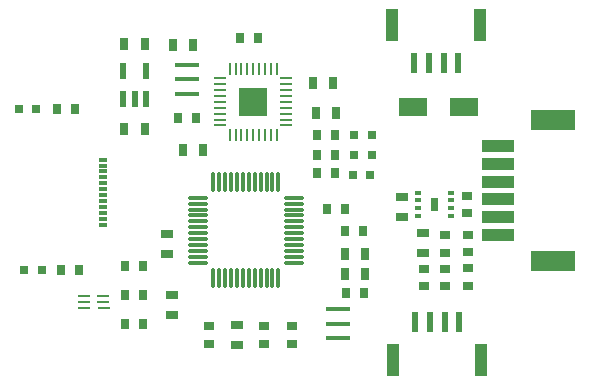
<source format=gtp>
G04*
G04 #@! TF.GenerationSoftware,Altium Limited,Altium Designer,21.6.1 (37)*
G04*
G04 Layer_Color=8421504*
%FSLAX44Y44*%
%MOMM*%
G71*
G04*
G04 #@! TF.SameCoordinates,EAE9E012-CB79-4F06-A1C7-66D67BCB4FF7*
G04*
G04*
G04 #@! TF.FilePolarity,Positive*
G04*
G01*
G75*
%ADD17R,0.8000X1.0000*%
%ADD18R,3.8000X1.8000*%
%ADD19R,2.7000X1.0000*%
%ADD20R,1.0000X2.7000*%
%ADD21R,0.6000X1.7000*%
%ADD22R,0.7000X0.9000*%
%ADD23R,2.3300X1.5600*%
%ADD24R,0.8000X0.8000*%
%ADD25R,2.0000X0.4000*%
%ADD26R,0.5588X1.3208*%
%ADD27R,0.9000X0.7000*%
%ADD28R,1.0000X0.8000*%
%ADD29R,0.5250X0.3000*%
%ADD30O,0.2845X1.8000*%
%ADD31O,1.8000X0.2845*%
%ADD32R,1.0000X0.2845*%
%ADD33R,0.7000X0.3200*%
%ADD34R,1.0800X0.2600*%
%ADD35R,0.2600X1.0800*%
G36*
X183730Y214450D02*
X207700D01*
Y190480D01*
X183730D01*
Y214450D01*
D02*
G37*
G36*
X346250Y110500D02*
Y121500D01*
X352750D01*
Y110500D01*
X346250D01*
D02*
G37*
D17*
X104000Y180000D02*
D03*
X87000D02*
D03*
X266500Y193000D02*
D03*
X249500D02*
D03*
X273500Y73750D02*
D03*
X290500D02*
D03*
X273750Y57000D02*
D03*
X290750D02*
D03*
X136250Y161750D02*
D03*
X153250D02*
D03*
X127750Y251250D02*
D03*
X144750D02*
D03*
X104000Y251750D02*
D03*
X87000D02*
D03*
X263250Y218750D02*
D03*
X246250D02*
D03*
D18*
X450000Y187750D02*
D03*
Y67750D02*
D03*
D19*
X403000Y165250D02*
D03*
Y150250D02*
D03*
Y135250D02*
D03*
Y120250D02*
D03*
Y105250D02*
D03*
Y90250D02*
D03*
D20*
X388251Y267750D02*
D03*
X313750D02*
D03*
X314500Y-15750D02*
D03*
X389000D02*
D03*
D21*
X357250Y235750D02*
D03*
X369750D02*
D03*
X344750D02*
D03*
X332250D02*
D03*
X345500Y16250D02*
D03*
X333000D02*
D03*
X358000D02*
D03*
X370500D02*
D03*
D22*
X132500Y189250D02*
D03*
X147500D02*
D03*
X265250Y158000D02*
D03*
X250250D02*
D03*
X265250Y174500D02*
D03*
X250250D02*
D03*
X273750Y112250D02*
D03*
X258750D02*
D03*
X273750Y93500D02*
D03*
X288750D02*
D03*
X274500Y41000D02*
D03*
X289500D02*
D03*
X30250Y196250D02*
D03*
X45250D02*
D03*
X199750Y256500D02*
D03*
X184750D02*
D03*
X250000Y142250D02*
D03*
X265000D02*
D03*
X87500Y64000D02*
D03*
X102500D02*
D03*
X48250Y60750D02*
D03*
X33250D02*
D03*
X87500Y39000D02*
D03*
X102500D02*
D03*
X87750Y14250D02*
D03*
X102750D02*
D03*
D23*
X374150Y198750D02*
D03*
X331350D02*
D03*
D24*
X281500Y157750D02*
D03*
X296500D02*
D03*
X281500Y174750D02*
D03*
X296500D02*
D03*
X12500Y196250D02*
D03*
X-2500D02*
D03*
X295250Y140750D02*
D03*
X280250D02*
D03*
X2250Y60750D02*
D03*
X17250D02*
D03*
D25*
X267500Y27000D02*
D03*
Y15000D02*
D03*
Y3000D02*
D03*
X139750Y233750D02*
D03*
Y221750D02*
D03*
Y209750D02*
D03*
D26*
X86101Y228684D02*
D03*
X104897D02*
D03*
Y205316D02*
D03*
X95499D02*
D03*
X86101D02*
D03*
D27*
X377000Y123250D02*
D03*
Y108250D02*
D03*
X377750Y47000D02*
D03*
Y62000D02*
D03*
X358000Y46500D02*
D03*
Y61500D02*
D03*
Y75000D02*
D03*
Y90000D02*
D03*
X377500Y90250D02*
D03*
Y75250D02*
D03*
X340500Y61500D02*
D03*
Y46500D02*
D03*
X228750Y12750D02*
D03*
Y-2250D02*
D03*
X205417Y12750D02*
D03*
Y-2250D02*
D03*
X158750Y12750D02*
D03*
Y-2250D02*
D03*
D28*
X340000Y74750D02*
D03*
Y91750D02*
D03*
X321750Y122500D02*
D03*
Y105500D02*
D03*
X182584Y13750D02*
D03*
Y-3250D02*
D03*
X127250Y39500D02*
D03*
Y22500D02*
D03*
X123250Y74000D02*
D03*
Y91000D02*
D03*
D29*
X363125Y119250D02*
D03*
Y112750D02*
D03*
Y125750D02*
D03*
Y106250D02*
D03*
X335875Y125750D02*
D03*
Y119250D02*
D03*
Y112750D02*
D03*
Y106250D02*
D03*
D30*
X217250Y53500D02*
D03*
X212250D02*
D03*
X207250D02*
D03*
X202250D02*
D03*
X197250D02*
D03*
X192250D02*
D03*
X187250D02*
D03*
X182250D02*
D03*
X177250D02*
D03*
X172250D02*
D03*
X167250D02*
D03*
X162250D02*
D03*
Y134500D02*
D03*
X167250D02*
D03*
X172250D02*
D03*
X177250D02*
D03*
X182250D02*
D03*
X187250D02*
D03*
X192250D02*
D03*
X197250D02*
D03*
X202250D02*
D03*
X207250D02*
D03*
X212250D02*
D03*
X217250D02*
D03*
D31*
X149250Y66500D02*
D03*
Y71500D02*
D03*
Y76500D02*
D03*
Y81500D02*
D03*
Y86500D02*
D03*
Y91500D02*
D03*
Y96500D02*
D03*
Y101500D02*
D03*
Y106500D02*
D03*
Y111500D02*
D03*
Y116500D02*
D03*
Y121500D02*
D03*
X230250D02*
D03*
Y116500D02*
D03*
Y111500D02*
D03*
Y106500D02*
D03*
Y101500D02*
D03*
Y96500D02*
D03*
Y91500D02*
D03*
Y86500D02*
D03*
Y81500D02*
D03*
Y76500D02*
D03*
Y71500D02*
D03*
Y66500D02*
D03*
D32*
X69000Y38500D02*
D03*
Y33500D02*
D03*
X69838Y28476D02*
D03*
X52566D02*
D03*
X53000Y33500D02*
D03*
Y38500D02*
D03*
D33*
X68850Y98800D02*
D03*
Y103800D02*
D03*
Y108800D02*
D03*
Y113800D02*
D03*
Y118800D02*
D03*
Y123800D02*
D03*
Y128800D02*
D03*
Y133800D02*
D03*
Y138800D02*
D03*
Y143800D02*
D03*
Y148800D02*
D03*
Y153800D02*
D03*
D34*
X167850Y222750D02*
D03*
Y217750D02*
D03*
Y212750D02*
D03*
Y207750D02*
D03*
Y202750D02*
D03*
Y197750D02*
D03*
Y192750D02*
D03*
Y187750D02*
D03*
Y182750D02*
D03*
X224150D02*
D03*
Y187750D02*
D03*
Y192750D02*
D03*
Y197750D02*
D03*
Y202750D02*
D03*
Y207750D02*
D03*
Y212750D02*
D03*
Y217750D02*
D03*
Y222750D02*
D03*
D35*
X181000Y174600D02*
D03*
X186000D02*
D03*
X191000D02*
D03*
X196000D02*
D03*
X201000D02*
D03*
X206000D02*
D03*
X211000D02*
D03*
X216000D02*
D03*
Y230900D02*
D03*
X211000D02*
D03*
X206000D02*
D03*
X201000D02*
D03*
X196000D02*
D03*
X191000D02*
D03*
X186000D02*
D03*
X181000D02*
D03*
X176000Y174600D02*
D03*
Y230900D02*
D03*
M02*

</source>
